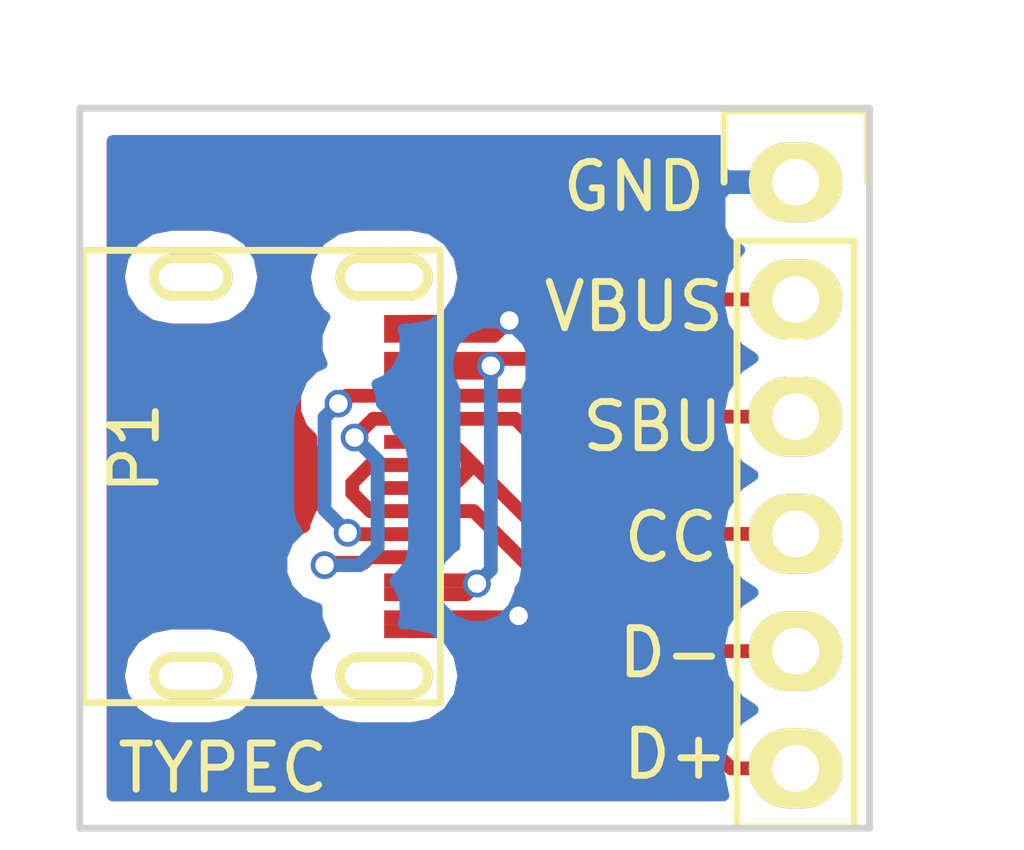
<source format=kicad_pcb>
(kicad_pcb (version 4) (host pcbnew 4.0.2+dfsg1-stable)

  (general
    (links 16)
    (no_connects 0)
    (area 0 0 0 0)
    (thickness 1.6)
    (drawings 12)
    (tracks 77)
    (zones 0)
    (modules 2)
    (nets 7)
  )

  (page A4)
  (layers
    (0 F.Cu signal)
    (31 B.Cu signal)
    (32 B.Adhes user)
    (33 F.Adhes user)
    (34 B.Paste user)
    (35 F.Paste user)
    (36 B.SilkS user)
    (37 F.SilkS user)
    (38 B.Mask user)
    (39 F.Mask user)
    (40 Dwgs.User user)
    (41 Cmts.User user)
    (42 Eco1.User user)
    (43 Eco2.User user)
    (44 Edge.Cuts user)
    (45 Margin user)
    (46 B.CrtYd user)
    (47 F.CrtYd user)
    (48 B.Fab user)
    (49 F.Fab user)
  )

  (setup
    (last_trace_width 0.3)
    (trace_clearance 0.2)
    (zone_clearance 0.508)
    (zone_45_only no)
    (trace_min 0.2)
    (segment_width 0.2)
    (edge_width 0.15)
    (via_size 0.6)
    (via_drill 0.4)
    (via_min_size 0.4)
    (via_min_drill 0.3)
    (uvia_size 0.3)
    (uvia_drill 0.1)
    (uvias_allowed no)
    (uvia_min_size 0.2)
    (uvia_min_drill 0.1)
    (pcb_text_width 0.3)
    (pcb_text_size 1.5 1.5)
    (mod_edge_width 0.15)
    (mod_text_size 1 1)
    (mod_text_width 0.15)
    (pad_size 2.032 1.7272)
    (pad_drill 1.016)
    (pad_to_mask_clearance 0.2)
    (aux_axis_origin 0 0)
    (visible_elements FFFFFF7F)
    (pcbplotparams
      (layerselection 0x00030_80000001)
      (usegerberextensions false)
      (excludeedgelayer true)
      (linewidth 0.100000)
      (plotframeref false)
      (viasonmask false)
      (mode 1)
      (useauxorigin false)
      (hpglpennumber 1)
      (hpglpenspeed 20)
      (hpglpendiameter 15)
      (hpglpenoverlay 2)
      (psnegative false)
      (psa4output false)
      (plotreference true)
      (plotvalue true)
      (plotinvisibletext false)
      (padsonsilk false)
      (subtractmaskfromsilk false)
      (outputformat 1)
      (mirror false)
      (drillshape 1)
      (scaleselection 1)
      (outputdirectory ""))
  )

  (net 0 "")
  (net 1 /SBU)
  (net 2 /CC)
  (net 3 /D-)
  (net 4 /D+)
  (net 5 GND)
  (net 6 /VBUS)

  (net_class Default "This is the default net class."
    (clearance 0.2)
    (trace_width 0.3)
    (via_dia 0.6)
    (via_drill 0.4)
    (uvia_dia 0.3)
    (uvia_drill 0.1)
    (add_net /CC)
    (add_net /D+)
    (add_net /D-)
    (add_net /SBU)
    (add_net /VBUS)
    (add_net GND)
  )

  (module USBtypeC:USBtypeC (layer F.Cu) (tedit 583198CA) (tstamp 5831A306)
    (at 136.8 111.7 270)
    (path /58319D35)
    (fp_text reference P1 (at -0.94 2.62 270) (layer F.SilkS)
      (effects (font (size 1 1) (thickness 0.15)))
    )
    (fp_text value USB_TYPEC (at -1.04 4.68 270) (layer F.Fab)
      (effects (font (size 1 1) (thickness 0.15)))
    )
    (fp_line (start -3.82 -4.01) (end 4.58 -4.01) (layer F.SilkS) (width 0.15))
    (fp_line (start 4.58 -4.01) (end 4.58 -2.86) (layer F.SilkS) (width 0.15))
    (fp_line (start 4.58 -2.86) (end 4.58 -2.83) (layer F.SilkS) (width 0.15))
    (fp_line (start -3.82 -4.01) (end -5.22 -4.01) (layer F.SilkS) (width 0.15))
    (fp_line (start -5.22 -4.01) (end -5.22 -2.81) (layer F.SilkS) (width 0.15))
    (fp_line (start -5.22 -2.8) (end -5.22 3.71) (layer F.SilkS) (width 0.15))
    (fp_line (start -5.22 3.71) (end -4.64 3.71) (layer F.SilkS) (width 0.15))
    (fp_line (start 4.58 -2.84) (end 4.58 3.71) (layer F.SilkS) (width 0.15))
    (fp_line (start 4.58 3.71) (end 4.03 3.71) (layer F.SilkS) (width 0.15))
    (fp_line (start -4.64 3.71) (end 4.02 3.71) (layer F.SilkS) (width 0.15))
    (pad 1 thru_hole oval (at -4.64 1.39 270) (size 1 1.8) (drill oval 0.6 1.4) (layers *.Cu *.Mask F.SilkS))
    (pad 2 thru_hole oval (at 4 1.39 270) (size 1 1.8) (drill oval 0.6 1.4) (layers *.Cu *.Mask F.SilkS))
    (pad 3 thru_hole oval (at -4.64 -2.79 270) (size 1 2.1) (drill oval 0.6 1.7) (layers *.Cu *.Mask F.SilkS))
    (pad 4 thru_hole oval (at 4 -2.79 270) (size 1 2.1) (drill oval 0.6 1.7) (layers *.Cu *.Mask F.SilkS))
    (pad "" np_thru_hole circle (at -3.21 -2.29 270) (size 0.65 0.65) (drill 0.65) (layers *.Cu *.Mask F.SilkS))
    (pad "" np_thru_hole circle (at 2.57 -2.29 270) (size 0.65 0.65) (drill 0.65) (layers *.Cu *.Mask F.SilkS))
    (pad B8 smd rect (at -2.07 -3.36 270) (size 0.3 1.14) (layers F.Cu F.Paste F.Mask)
      (net 1 /SBU))
    (pad A5 smd rect (at -1.57 -3.36 270) (size 0.3 1.14) (layers F.Cu F.Paste F.Mask)
      (net 2 /CC))
    (pad B7 smd rect (at -1.07 -3.36 270) (size 0.3 1.14) (layers F.Cu F.Paste F.Mask)
      (net 3 /D-))
    (pad A6 smd rect (at -0.57 -3.36 270) (size 0.3 1.14) (layers F.Cu F.Paste F.Mask)
      (net 4 /D+))
    (pad A7 smd rect (at -0.07 -3.36 270) (size 0.3 1.14) (layers F.Cu F.Paste F.Mask)
      (net 3 /D-))
    (pad B6 smd rect (at 0.43 -3.36 270) (size 0.3 1.14) (layers F.Cu F.Paste F.Mask)
      (net 4 /D+))
    (pad A8 smd rect (at 0.93 -3.36 270) (size 0.3 1.14) (layers F.Cu F.Paste F.Mask)
      (net 1 /SBU))
    (pad B5 smd rect (at 1.43 -3.36 270) (size 0.3 1.14) (layers F.Cu F.Paste F.Mask)
      (net 2 /CC))
    (pad A1 smd rect (at -3.67 -3.36 270) (size 0.3 1.14) (layers F.Cu F.Paste F.Mask)
      (net 5 GND))
    (pad B12 smd rect (at -3.37 -3.36 270) (size 0.3 1.14) (layers F.Cu F.Paste F.Mask)
      (net 5 GND))
    (pad A4 smd rect (at -2.87 -3.36 270) (size 0.3 1.14) (layers F.Cu F.Paste F.Mask)
      (net 6 /VBUS))
    (pad B9 smd rect (at -2.57 -3.36 270) (size 0.3 1.14) (layers F.Cu F.Paste F.Mask)
      (net 6 /VBUS))
    (pad B4 smd rect (at 1.93 -3.36 270) (size 0.3 1.14) (layers F.Cu F.Paste F.Mask)
      (net 6 /VBUS))
    (pad A9 smd rect (at 2.23 -3.36 270) (size 0.3 1.14) (layers F.Cu F.Paste F.Mask)
      (net 6 /VBUS))
    (pad B1 smd rect (at 2.73 -3.36 270) (size 0.3 1.14) (layers F.Cu F.Paste F.Mask)
      (net 5 GND))
    (pad A12 smd rect (at 3.03 -3.36 270) (size 0.3 1.14) (layers F.Cu F.Paste F.Mask)
      (net 5 GND))
  )

  (module Pin_Headers:Pin_Header_Straight_1x06 (layer F.Cu) (tedit 5831A67B) (tstamp 5831A310)
    (at 148.5011 105.0036)
    (descr "Through hole pin header")
    (tags "pin header")
    (path /5831A3B9)
    (fp_text reference P2 (at -3.4011 -0.3036) (layer F.SilkS) hide
      (effects (font (size 1 1) (thickness 0.15)))
    )
    (fp_text value CONN_01X06 (at 0 -3.1) (layer F.Fab)
      (effects (font (size 1 1) (thickness 0.15)))
    )
    (fp_line (start -1.75 -1.75) (end -1.75 14.45) (layer F.CrtYd) (width 0.05))
    (fp_line (start 1.75 -1.75) (end 1.75 14.45) (layer F.CrtYd) (width 0.05))
    (fp_line (start -1.75 -1.75) (end 1.75 -1.75) (layer F.CrtYd) (width 0.05))
    (fp_line (start -1.75 14.45) (end 1.75 14.45) (layer F.CrtYd) (width 0.05))
    (fp_line (start 1.27 1.27) (end 1.27 13.97) (layer F.SilkS) (width 0.15))
    (fp_line (start 1.27 13.97) (end -1.27 13.97) (layer F.SilkS) (width 0.15))
    (fp_line (start -1.27 13.97) (end -1.27 1.27) (layer F.SilkS) (width 0.15))
    (fp_line (start 1.55 -1.55) (end 1.55 0) (layer F.SilkS) (width 0.15))
    (fp_line (start 1.27 1.27) (end -1.27 1.27) (layer F.SilkS) (width 0.15))
    (fp_line (start -1.55 0) (end -1.55 -1.55) (layer F.SilkS) (width 0.15))
    (fp_line (start -1.55 -1.55) (end 1.55 -1.55) (layer F.SilkS) (width 0.15))
    (pad 1 thru_hole oval (at 0 0) (size 2.032 1.7272) (drill 1.016) (layers *.Cu *.Mask F.SilkS)
      (net 5 GND))
    (pad 2 thru_hole oval (at 0 2.54) (size 2.032 1.7272) (drill 1.016) (layers *.Cu *.Mask F.SilkS)
      (net 6 /VBUS))
    (pad 3 thru_hole oval (at 0 5.08) (size 2.032 1.7272) (drill 1.016) (layers *.Cu *.Mask F.SilkS)
      (net 1 /SBU))
    (pad 4 thru_hole oval (at 0 7.62) (size 2.032 1.7272) (drill 1.016) (layers *.Cu *.Mask F.SilkS)
      (net 2 /CC))
    (pad 5 thru_hole oval (at 0 10.16) (size 2.032 1.7272) (drill 1.016) (layers *.Cu *.Mask F.SilkS)
      (net 3 /D-))
    (pad 6 thru_hole oval (at 0 12.7) (size 2.032 1.7272) (drill 1.016) (layers *.Cu *.Mask F.SilkS)
      (net 4 /D+))
    (model Pin_Headers.3dshapes/Pin_Header_Straight_1x06.wrl
      (at (xyz 0 -0.25 0))
      (scale (xyz 1 1 1))
      (rotate (xyz 0 0 90))
    )
  )

  (gr_text D+ (at 145.9 117.4) (layer F.SilkS)
    (effects (font (size 1 1) (thickness 0.15)))
  )
  (gr_text D- (at 145.8 115.2) (layer F.SilkS)
    (effects (font (size 1 1) (thickness 0.15)))
  )
  (gr_text CC (at 145.8 112.7) (layer F.SilkS)
    (effects (font (size 1 1) (thickness 0.15)))
  )
  (gr_text SBU (at 145.4 110.3) (layer F.SilkS)
    (effects (font (size 1 1) (thickness 0.15)))
  )
  (gr_text VBUS (at 145 107.7) (layer F.SilkS)
    (effects (font (size 1 1) (thickness 0.15)))
  )
  (gr_text GND (at 145 105.1) (layer F.SilkS)
    (effects (font (size 1 1) (thickness 0.15)))
  )
  (gr_text TYPEC (at 136.1 117.7) (layer F.SilkS)
    (effects (font (size 1 1) (thickness 0.15)))
  )
  (gr_line (start 150.1 119) (end 150.1 103.4) (angle 90) (layer Edge.Cuts) (width 0.15))
  (gr_line (start 149.8 119) (end 150.1 119) (angle 90) (layer Edge.Cuts) (width 0.15))
  (gr_line (start 133 119) (end 149.8 119) (angle 90) (layer Edge.Cuts) (width 0.15))
  (gr_line (start 133 103.4) (end 133 119) (angle 90) (layer Edge.Cuts) (width 0.15))
  (gr_line (start 150.1 103.4) (end 133 103.4) (angle 90) (layer Edge.Cuts) (width 0.15))

  (segment (start 138.6 109.8) (end 138.77 109.63) (width 0.3) (layer F.Cu) (net 1))
  (segment (start 138.77 109.63) (end 140.16 109.63) (width 0.3) (layer F.Cu) (net 1))
  (segment (start 138.3 112.1) (end 138.3 110.1) (width 0.3) (layer B.Cu) (net 1))
  (segment (start 138.3 110.1) (end 138.6 109.8) (width 0.3) (layer B.Cu) (net 1))
  (via (at 138.6 109.8) (size 0.6) (drill 0.4) (layers F.Cu B.Cu) (net 1))
  (segment (start 138.8 112.6) (end 138.3 112.1) (width 0.3) (layer B.Cu) (net 1))
  (segment (start 140.16 112.63) (end 138.83 112.63) (width 0.3) (layer F.Cu) (net 1))
  (segment (start 138.83 112.63) (end 138.8 112.6) (width 0.3) (layer F.Cu) (net 1))
  (via (at 138.8 112.6) (size 0.6) (drill 0.4) (layers F.Cu B.Cu) (net 1))
  (segment (start 142.93 109.63) (end 143.3836 110.0836) (width 0.3) (layer F.Cu) (net 1))
  (segment (start 143.3836 110.0836) (end 148.5011 110.0836) (width 0.3) (layer F.Cu) (net 1))
  (segment (start 140.16 109.63) (end 142.93 109.63) (width 0.3) (layer F.Cu) (net 1))
  (segment (start 138.3 113.3) (end 138.349999 113.250001) (width 0.3) (layer F.Cu) (net 2))
  (segment (start 138.349999 113.250001) (end 139.149999 113.250001) (width 0.3) (layer F.Cu) (net 2))
  (segment (start 139.149999 113.250001) (end 139.27 113.13) (width 0.3) (layer F.Cu) (net 2))
  (segment (start 139.27 113.13) (end 139.29 113.13) (width 0.3) (layer F.Cu) (net 2))
  (segment (start 139.29 113.13) (end 140.16 113.13) (width 0.3) (layer F.Cu) (net 2))
  (segment (start 138.95001 110.535318) (end 139.450001 111.035309) (width 0.3) (layer B.Cu) (net 2))
  (segment (start 139.450001 111.035309) (end 139.450001 112.912001) (width 0.3) (layer B.Cu) (net 2))
  (segment (start 139.450001 112.912001) (end 139.062002 113.3) (width 0.3) (layer B.Cu) (net 2))
  (segment (start 139.062002 113.3) (end 138.3 113.3) (width 0.3) (layer B.Cu) (net 2))
  (via (at 138.3 113.3) (size 0.6) (drill 0.4) (layers F.Cu B.Cu) (net 2))
  (segment (start 140.16 110.13) (end 139.355328 110.13) (width 0.3) (layer F.Cu) (net 2))
  (segment (start 139.355328 110.13) (end 138.95001 110.535318) (width 0.3) (layer F.Cu) (net 2))
  (via (at 138.95001 110.535318) (size 0.6) (drill 0.4) (layers F.Cu B.Cu) (net 2))
  (segment (start 142.43 110.13) (end 144.9236 112.6236) (width 0.3) (layer F.Cu) (net 2))
  (segment (start 144.9236 112.6236) (end 148.5011 112.6236) (width 0.3) (layer F.Cu) (net 2))
  (segment (start 140.16 110.13) (end 142.43 110.13) (width 0.3) (layer F.Cu) (net 2))
  (segment (start 141.03 110.63) (end 141.4 111) (width 0.3) (layer F.Cu) (net 3))
  (segment (start 141.4 111) (end 145.5636 115.1636) (width 0.3) (layer F.Cu) (net 3))
  (segment (start 140.16 111.63) (end 141.03 111.63) (width 0.3) (layer F.Cu) (net 3))
  (segment (start 141.03 111.63) (end 141.4 111.26) (width 0.3) (layer F.Cu) (net 3))
  (segment (start 141.4 111.26) (end 141.4 111) (width 0.3) (layer F.Cu) (net 3))
  (segment (start 140.16 110.63) (end 141.03 110.63) (width 0.3) (layer F.Cu) (net 3))
  (segment (start 145.5636 115.1636) (end 147.1851 115.1636) (width 0.3) (layer F.Cu) (net 3))
  (segment (start 147.1851 115.1636) (end 148.5011 115.1636) (width 0.3) (layer F.Cu) (net 3))
  (segment (start 140.16 112.13) (end 141.53 112.13) (width 0.3) (layer F.Cu) (net 4))
  (segment (start 141.53 112.13) (end 147.1036 117.7036) (width 0.3) (layer F.Cu) (net 4))
  (segment (start 147.1036 117.7036) (end 148.5011 117.7036) (width 0.3) (layer F.Cu) (net 4))
  (segment (start 138.9 111.52) (end 138.9 111.74) (width 0.3) (layer F.Cu) (net 4))
  (segment (start 138.9 111.74) (end 139.29 112.13) (width 0.3) (layer F.Cu) (net 4))
  (segment (start 139.29 112.13) (end 140.16 112.13) (width 0.3) (layer F.Cu) (net 4))
  (segment (start 140.16 111.13) (end 139.29 111.13) (width 0.3) (layer F.Cu) (net 4))
  (segment (start 139.29 111.13) (end 138.9 111.52) (width 0.3) (layer F.Cu) (net 4))
  (segment (start 140.16 114.73) (end 142.17 114.73) (width 0.3) (layer F.Cu) (net 5))
  (segment (start 142.17 114.73) (end 142.5 114.4) (width 0.3) (layer F.Cu) (net 5))
  (segment (start 141.970011 108.329989) (end 141.030011 108.329989) (width 0.3) (layer F.Cu) (net 5))
  (segment (start 141.030011 108.329989) (end 141.03 108.33) (width 0.3) (layer F.Cu) (net 5))
  (segment (start 141.03 108.33) (end 140.16 108.33) (width 0.3) (layer F.Cu) (net 5))
  (segment (start 142.3 108) (end 141.970011 108.329989) (width 0.3) (layer F.Cu) (net 5))
  (segment (start 142.5 114.4) (end 142.799999 114.100001) (width 0.3) (layer B.Cu) (net 5))
  (segment (start 142.799999 114.100001) (end 142.799999 108.499999) (width 0.3) (layer B.Cu) (net 5))
  (segment (start 142.799999 108.499999) (end 142.3 108) (width 0.3) (layer B.Cu) (net 5))
  (via (at 142.3 108) (size 0.6) (drill 0.4) (layers F.Cu B.Cu) (net 5))
  (segment (start 140.16 114.43) (end 142.47 114.43) (width 0.3) (layer F.Cu) (net 5))
  (segment (start 142.47 114.43) (end 142.5 114.4) (width 0.3) (layer F.Cu) (net 5))
  (via (at 142.5 114.4) (size 0.6) (drill 0.4) (layers F.Cu B.Cu) (net 5))
  (segment (start 142.07 108.03) (end 145.0964 105.0036) (width 0.3) (layer F.Cu) (net 5))
  (segment (start 145.0964 105.0036) (end 148.5011 105.0036) (width 0.3) (layer F.Cu) (net 5))
  (segment (start 140.16 108.03) (end 142.07 108.03) (width 0.3) (layer F.Cu) (net 5))
  (segment (start 140.16 109.13) (end 141.74999 109.13) (width 0.3) (layer F.Cu) (net 6))
  (segment (start 141.74999 109.13) (end 141.9 108.97999) (width 0.3) (layer F.Cu) (net 6))
  (segment (start 140.16 113.93) (end 141.37 113.93) (width 0.3) (layer F.Cu) (net 6))
  (segment (start 141.37 113.93) (end 141.6 113.7) (width 0.3) (layer F.Cu) (net 6))
  (segment (start 141.9 108.97999) (end 140.30999 108.97999) (width 0.3) (layer F.Cu) (net 6))
  (segment (start 140.30999 108.97999) (end 140.16 108.83) (width 0.3) (layer F.Cu) (net 6))
  (segment (start 141.6 113.7) (end 141.9 113.4) (width 0.3) (layer B.Cu) (net 6))
  (segment (start 141.9 113.4) (end 141.9 108.97999) (width 0.3) (layer B.Cu) (net 6))
  (via (at 141.9 108.97999) (size 0.6) (drill 0.4) (layers F.Cu B.Cu) (net 6))
  (segment (start 140.16 113.63) (end 141.53 113.63) (width 0.3) (layer F.Cu) (net 6))
  (segment (start 141.53 113.63) (end 141.6 113.7) (width 0.3) (layer F.Cu) (net 6))
  (via (at 141.6 113.7) (size 0.6) (drill 0.4) (layers F.Cu B.Cu) (net 6))
  (segment (start 140.16 109.13) (end 140.16 108.83) (width 0.3) (layer F.Cu) (net 6))
  (segment (start 140.16 113.63) (end 140.16 113.93) (width 0.3) (layer F.Cu) (net 6))
  (segment (start 142.77 108.83) (end 144.0564 107.5436) (width 0.3) (layer F.Cu) (net 6))
  (segment (start 144.0564 107.5436) (end 148.5011 107.5436) (width 0.3) (layer F.Cu) (net 6))
  (segment (start 140.16 108.83) (end 142.77 108.83) (width 0.3) (layer F.Cu) (net 6))

  (zone (net 5) (net_name GND) (layer F.Cu) (tstamp 5831A5B9) (hatch edge 0.508)
    (connect_pads (clearance 0.508))
    (min_thickness 0.254)
    (fill yes (arc_segments 16) (thermal_gap 0.508) (thermal_bridge_width 0.508))
    (polygon
      (pts
        (xy 150.1 119) (xy 133 119) (xy 133 103.4) (xy 150.1 103.4) (xy 150.1 119)
      )
    )
    (filled_polygon
      (pts
        (xy 146.8501 104.71785) (xy 147.00885 104.8766) (xy 148.3741 104.8766) (xy 148.3741 104.8566) (xy 148.6281 104.8566)
        (xy 148.6281 104.8766) (xy 148.6481 104.8766) (xy 148.6481 105.1306) (xy 148.6281 105.1306) (xy 148.6281 105.1506)
        (xy 148.3741 105.1506) (xy 148.3741 105.1306) (xy 147.00885 105.1306) (xy 146.8501 105.28935) (xy 146.8501 105.99351)
        (xy 146.946773 106.226899) (xy 147.125402 106.405527) (xy 147.27888 106.4691) (xy 147.256685 106.48393) (xy 147.073156 106.7586)
        (xy 144.0564 106.7586) (xy 143.755993 106.818355) (xy 143.501321 106.988521) (xy 142.444842 108.045) (xy 141.912296 108.045)
        (xy 141.714833 108.044828) (xy 141.714417 108.045) (xy 141.3614 108.045) (xy 141.289597 107.871653) (xy 141.365 107.79625)
        (xy 141.365 107.753691) (xy 141.268327 107.520302) (xy 141.225058 107.477033) (xy 141.308011 107.06) (xy 141.221614 106.625654)
        (xy 140.975577 106.257434) (xy 140.607357 106.011397) (xy 140.173011 105.925) (xy 139.006989 105.925) (xy 138.572643 106.011397)
        (xy 138.204423 106.257434) (xy 137.958386 106.625654) (xy 137.871989 107.06) (xy 137.958386 107.494346) (xy 138.204423 107.862566)
        (xy 138.297438 107.924717) (xy 138.276626 107.945493) (xy 138.130167 108.298206) (xy 138.129833 108.680118) (xy 138.236589 108.938487)
        (xy 138.071057 109.006883) (xy 137.807808 109.269673) (xy 137.665162 109.613201) (xy 137.664838 109.985167) (xy 137.806883 110.328943)
        (xy 138.015007 110.537431) (xy 138.014848 110.720485) (xy 138.156893 111.064261) (xy 138.229767 111.137262) (xy 138.174755 111.219593)
        (xy 138.132821 111.430407) (xy 138.115 111.52) (xy 138.115 111.74) (xy 138.151954 111.925778) (xy 138.007808 112.069673)
        (xy 137.865162 112.413201) (xy 137.865114 112.468019) (xy 137.771057 112.506883) (xy 137.507808 112.769673) (xy 137.365162 113.113201)
        (xy 137.364838 113.485167) (xy 137.506883 113.828943) (xy 137.769673 114.092192) (xy 138.113201 114.234838) (xy 138.13003 114.234853)
        (xy 138.129833 114.460118) (xy 138.275677 114.813086) (xy 138.297676 114.835124) (xy 138.204423 114.897434) (xy 137.958386 115.265654)
        (xy 137.871989 115.7) (xy 137.958386 116.134346) (xy 138.204423 116.502566) (xy 138.572643 116.748603) (xy 139.006989 116.835)
        (xy 140.173011 116.835) (xy 140.607357 116.748603) (xy 140.975577 116.502566) (xy 141.221614 116.134346) (xy 141.308011 115.7)
        (xy 141.225058 115.282967) (xy 141.268327 115.239698) (xy 141.365 115.006309) (xy 141.365 114.96375) (xy 141.289597 114.888347)
        (xy 141.3614 114.715) (xy 141.37 114.715) (xy 141.670407 114.655245) (xy 141.700574 114.635088) (xy 141.785167 114.635162)
        (xy 142.128943 114.493117) (xy 142.392192 114.230327) (xy 142.429741 114.139899) (xy 146.548521 118.258679) (xy 146.595396 118.29)
        (xy 133.71 118.29) (xy 133.71 115.7) (xy 133.844928 115.7) (xy 133.931325 116.134346) (xy 134.177362 116.502566)
        (xy 134.545582 116.748603) (xy 134.979928 116.835) (xy 135.840072 116.835) (xy 136.274418 116.748603) (xy 136.642638 116.502566)
        (xy 136.888675 116.134346) (xy 136.975072 115.7) (xy 136.888675 115.265654) (xy 136.642638 114.897434) (xy 136.274418 114.651397)
        (xy 135.840072 114.565) (xy 134.979928 114.565) (xy 134.545582 114.651397) (xy 134.177362 114.897434) (xy 133.931325 115.265654)
        (xy 133.844928 115.7) (xy 133.71 115.7) (xy 133.71 107.06) (xy 133.844928 107.06) (xy 133.931325 107.494346)
        (xy 134.177362 107.862566) (xy 134.545582 108.108603) (xy 134.979928 108.195) (xy 135.840072 108.195) (xy 136.274418 108.108603)
        (xy 136.642638 107.862566) (xy 136.888675 107.494346) (xy 136.975072 107.06) (xy 136.888675 106.625654) (xy 136.642638 106.257434)
        (xy 136.274418 106.011397) (xy 135.840072 105.925) (xy 134.979928 105.925) (xy 134.545582 106.011397) (xy 134.177362 106.257434)
        (xy 133.931325 106.625654) (xy 133.844928 107.06) (xy 133.71 107.06) (xy 133.71 104.11) (xy 146.8501 104.11)
      )
    )
  )
  (zone (net 5) (net_name GND) (layer B.Cu) (tstamp 5831A5CF) (hatch edge 0.508)
    (connect_pads (clearance 0.508))
    (min_thickness 0.254)
    (fill yes (arc_segments 16) (thermal_gap 0.508) (thermal_bridge_width 0.508))
    (polygon
      (pts
        (xy 150.1 119) (xy 133 119) (xy 133 103.4) (xy 150.1 103.4) (xy 150.1 119)
      )
    )
    (filled_polygon
      (pts
        (xy 146.8501 104.71785) (xy 147.00885 104.8766) (xy 148.3741 104.8766) (xy 148.3741 104.8566) (xy 148.6281 104.8566)
        (xy 148.6281 104.8766) (xy 148.6481 104.8766) (xy 148.6481 105.1306) (xy 148.6281 105.1306) (xy 148.6281 105.1506)
        (xy 148.3741 105.1506) (xy 148.3741 105.1306) (xy 147.00885 105.1306) (xy 146.8501 105.28935) (xy 146.8501 105.99351)
        (xy 146.946773 106.226899) (xy 147.125402 106.405527) (xy 147.27888 106.4691) (xy 147.256685 106.48393) (xy 146.931829 106.970111)
        (xy 146.817755 107.5436) (xy 146.931829 108.117089) (xy 147.256685 108.60327) (xy 147.571466 108.8136) (xy 147.256685 109.02393)
        (xy 146.931829 109.510111) (xy 146.817755 110.0836) (xy 146.931829 110.657089) (xy 147.256685 111.14327) (xy 147.571466 111.3536)
        (xy 147.256685 111.56393) (xy 146.931829 112.050111) (xy 146.817755 112.6236) (xy 146.931829 113.197089) (xy 147.256685 113.68327)
        (xy 147.571466 113.8936) (xy 147.256685 114.10393) (xy 146.931829 114.590111) (xy 146.817755 115.1636) (xy 146.931829 115.737089)
        (xy 147.256685 116.22327) (xy 147.571466 116.4336) (xy 147.256685 116.64393) (xy 146.931829 117.130111) (xy 146.817755 117.7036)
        (xy 146.931829 118.277089) (xy 146.940456 118.29) (xy 133.71 118.29) (xy 133.71 115.7) (xy 133.844928 115.7)
        (xy 133.931325 116.134346) (xy 134.177362 116.502566) (xy 134.545582 116.748603) (xy 134.979928 116.835) (xy 135.840072 116.835)
        (xy 136.274418 116.748603) (xy 136.642638 116.502566) (xy 136.888675 116.134346) (xy 136.975072 115.7) (xy 136.888675 115.265654)
        (xy 136.642638 114.897434) (xy 136.274418 114.651397) (xy 135.840072 114.565) (xy 134.979928 114.565) (xy 134.545582 114.651397)
        (xy 134.177362 114.897434) (xy 133.931325 115.265654) (xy 133.844928 115.7) (xy 133.71 115.7) (xy 133.71 113.485167)
        (xy 137.364838 113.485167) (xy 137.506883 113.828943) (xy 137.769673 114.092192) (xy 138.113201 114.234838) (xy 138.13003 114.234853)
        (xy 138.129833 114.460118) (xy 138.275677 114.813086) (xy 138.297676 114.835124) (xy 138.204423 114.897434) (xy 137.958386 115.265654)
        (xy 137.871989 115.7) (xy 137.958386 116.134346) (xy 138.204423 116.502566) (xy 138.572643 116.748603) (xy 139.006989 116.835)
        (xy 140.173011 116.835) (xy 140.607357 116.748603) (xy 140.975577 116.502566) (xy 141.221614 116.134346) (xy 141.308011 115.7)
        (xy 141.221614 115.265654) (xy 140.975577 114.897434) (xy 140.607357 114.651397) (xy 140.173011 114.565) (xy 140.006978 114.565)
        (xy 140.049833 114.461794) (xy 140.050167 114.079882) (xy 139.969713 113.885167) (xy 140.664838 113.885167) (xy 140.806883 114.228943)
        (xy 141.069673 114.492192) (xy 141.413201 114.634838) (xy 141.785167 114.635162) (xy 142.128943 114.493117) (xy 142.392192 114.230327)
        (xy 142.534838 113.886799) (xy 142.534883 113.835644) (xy 142.625245 113.700407) (xy 142.685 113.4) (xy 142.685 109.517496)
        (xy 142.692192 109.510317) (xy 142.834838 109.166789) (xy 142.835162 108.794823) (xy 142.693117 108.451047) (xy 142.430327 108.187798)
        (xy 142.086799 108.045152) (xy 141.714833 108.044828) (xy 141.371057 108.186873) (xy 141.107808 108.449663) (xy 140.965162 108.793191)
        (xy 140.964838 109.165157) (xy 141.106883 109.508933) (xy 141.115 109.517064) (xy 141.115 112.888726) (xy 141.071057 112.906883)
        (xy 140.807808 113.169673) (xy 140.665162 113.513201) (xy 140.664838 113.885167) (xy 139.969713 113.885167) (xy 139.904323 113.726914)
        (xy 139.824854 113.647306) (xy 140.00508 113.46708) (xy 140.059924 113.385) (xy 140.175246 113.212407) (xy 140.235001 112.912001)
        (xy 140.235001 111.035309) (xy 140.175246 110.734902) (xy 140.00508 110.48023) (xy 139.885163 110.360313) (xy 139.885172 110.350151)
        (xy 139.743127 110.006375) (xy 139.535003 109.797887) (xy 139.535162 109.614833) (xy 139.439852 109.384166) (xy 139.633086 109.304323)
        (xy 139.903374 109.034507) (xy 140.049833 108.681794) (xy 140.050167 108.299882) (xy 140.00683 108.195) (xy 140.173011 108.195)
        (xy 140.607357 108.108603) (xy 140.975577 107.862566) (xy 141.221614 107.494346) (xy 141.308011 107.06) (xy 141.221614 106.625654)
        (xy 140.975577 106.257434) (xy 140.607357 106.011397) (xy 140.173011 105.925) (xy 139.006989 105.925) (xy 138.572643 106.011397)
        (xy 138.204423 106.257434) (xy 137.958386 106.625654) (xy 137.871989 107.06) (xy 137.958386 107.494346) (xy 138.204423 107.862566)
        (xy 138.297438 107.924717) (xy 138.276626 107.945493) (xy 138.130167 108.298206) (xy 138.129833 108.680118) (xy 138.236589 108.938487)
        (xy 138.071057 109.006883) (xy 137.807808 109.269673) (xy 137.665162 109.613201) (xy 137.665117 109.664356) (xy 137.574755 109.799593)
        (xy 137.551833 109.914828) (xy 137.515 110.1) (xy 137.515 112.1) (xy 137.574755 112.400407) (xy 137.695978 112.581831)
        (xy 137.507808 112.769673) (xy 137.365162 113.113201) (xy 137.364838 113.485167) (xy 133.71 113.485167) (xy 133.71 107.06)
        (xy 133.844928 107.06) (xy 133.931325 107.494346) (xy 134.177362 107.862566) (xy 134.545582 108.108603) (xy 134.979928 108.195)
        (xy 135.840072 108.195) (xy 136.274418 108.108603) (xy 136.642638 107.862566) (xy 136.888675 107.494346) (xy 136.975072 107.06)
        (xy 136.888675 106.625654) (xy 136.642638 106.257434) (xy 136.274418 106.011397) (xy 135.840072 105.925) (xy 134.979928 105.925)
        (xy 134.545582 106.011397) (xy 134.177362 106.257434) (xy 133.931325 106.625654) (xy 133.844928 107.06) (xy 133.71 107.06)
        (xy 133.71 104.11) (xy 146.8501 104.11)
      )
    )
  )
)

</source>
